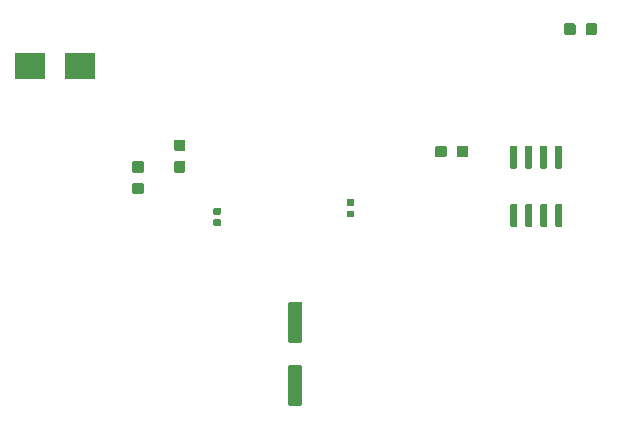
<source format=gbr>
%TF.GenerationSoftware,KiCad,Pcbnew,(6.0.11)*%
%TF.CreationDate,2024-08-05T21:32:57+07:00*%
%TF.ProjectId,Stepper_Motor_Expansion_Brd_revA,53746570-7065-4725-9f4d-6f746f725f45,rev?*%
%TF.SameCoordinates,PX5f5e100PY5f5e100*%
%TF.FileFunction,Paste,Top*%
%TF.FilePolarity,Positive*%
%FSLAX46Y46*%
G04 Gerber Fmt 4.6, Leading zero omitted, Abs format (unit mm)*
G04 Created by KiCad (PCBNEW (6.0.11)) date 2024-08-05 21:32:57*
%MOMM*%
%LPD*%
G01*
G04 APERTURE LIST*
%ADD10R,2.500000X2.300000*%
G04 APERTURE END LIST*
G36*
G01*
X48450000Y33910000D02*
X48450000Y33150000D01*
G75*
G02*
X48355000Y33055000I-95000J0D01*
G01*
X47570000Y33055000D01*
G75*
G02*
X47475000Y33150000I0J95000D01*
G01*
X47475000Y33910000D01*
G75*
G02*
X47570000Y34005000I95000J0D01*
G01*
X48355000Y34005000D01*
G75*
G02*
X48450000Y33910000I0J-95000D01*
G01*
G37*
G36*
G01*
X46625000Y33910000D02*
X46625000Y33150000D01*
G75*
G02*
X46530000Y33055000I-95000J0D01*
G01*
X45745000Y33055000D01*
G75*
G02*
X45650000Y33150000I0J95000D01*
G01*
X45650000Y33910000D01*
G75*
G02*
X45745000Y34005000I95000J0D01*
G01*
X46530000Y34005000D01*
G75*
G02*
X46625000Y33910000I0J-95000D01*
G01*
G37*
D10*
X11330000Y40740000D03*
X15630000Y40740000D03*
G36*
G01*
X59370000Y44280000D02*
X59370000Y43520000D01*
G75*
G02*
X59275000Y43425000I-95000J0D01*
G01*
X58490000Y43425000D01*
G75*
G02*
X58395000Y43520000I0J95000D01*
G01*
X58395000Y44280000D01*
G75*
G02*
X58490000Y44375000I95000J0D01*
G01*
X59275000Y44375000D01*
G75*
G02*
X59370000Y44280000I0J-95000D01*
G01*
G37*
G36*
G01*
X57545000Y44280000D02*
X57545000Y43520000D01*
G75*
G02*
X57450000Y43425000I-95000J0D01*
G01*
X56665000Y43425000D01*
G75*
G02*
X56570000Y43520000I0J95000D01*
G01*
X56570000Y44280000D01*
G75*
G02*
X56665000Y44375000I95000J0D01*
G01*
X57450000Y44375000D01*
G75*
G02*
X57545000Y44280000I0J-95000D01*
G01*
G37*
G36*
G01*
X27454000Y27230000D02*
X26946000Y27230000D01*
G75*
G02*
X26890000Y27286000I0J56000D01*
G01*
X26890000Y27734000D01*
G75*
G02*
X26946000Y27790000I56000J0D01*
G01*
X27454000Y27790000D01*
G75*
G02*
X27510000Y27734000I0J-56000D01*
G01*
X27510000Y27286000D01*
G75*
G02*
X27454000Y27230000I-56000J0D01*
G01*
G37*
G36*
G01*
X27454000Y28190000D02*
X26946000Y28190000D01*
G75*
G02*
X26890000Y28246000I0J56000D01*
G01*
X26890000Y28694000D01*
G75*
G02*
X26946000Y28750000I56000J0D01*
G01*
X27454000Y28750000D01*
G75*
G02*
X27510000Y28694000I0J-56000D01*
G01*
X27510000Y28246000D01*
G75*
G02*
X27454000Y28190000I-56000J0D01*
G01*
G37*
G36*
G01*
X23650000Y34550000D02*
X24410000Y34550000D01*
G75*
G02*
X24505000Y34455000I0J-95000D01*
G01*
X24505000Y33670000D01*
G75*
G02*
X24410000Y33575000I-95000J0D01*
G01*
X23650000Y33575000D01*
G75*
G02*
X23555000Y33670000I0J95000D01*
G01*
X23555000Y34455000D01*
G75*
G02*
X23650000Y34550000I95000J0D01*
G01*
G37*
G36*
G01*
X23650000Y32725000D02*
X24410000Y32725000D01*
G75*
G02*
X24505000Y32630000I0J-95000D01*
G01*
X24505000Y31845000D01*
G75*
G02*
X24410000Y31750000I-95000J0D01*
G01*
X23650000Y31750000D01*
G75*
G02*
X23555000Y31845000I0J95000D01*
G01*
X23555000Y32630000D01*
G75*
G02*
X23650000Y32725000I95000J0D01*
G01*
G37*
G36*
G01*
X52515000Y27140000D02*
X52095000Y27140000D01*
G75*
G02*
X52005000Y27230000I0J90000D01*
G01*
X52005000Y29000000D01*
G75*
G02*
X52095000Y29090000I90000J0D01*
G01*
X52515000Y29090000D01*
G75*
G02*
X52605000Y29000000I0J-90000D01*
G01*
X52605000Y27230000D01*
G75*
G02*
X52515000Y27140000I-90000J0D01*
G01*
G37*
G36*
G01*
X53785000Y27140000D02*
X53365000Y27140000D01*
G75*
G02*
X53275000Y27230000I0J90000D01*
G01*
X53275000Y29000000D01*
G75*
G02*
X53365000Y29090000I90000J0D01*
G01*
X53785000Y29090000D01*
G75*
G02*
X53875000Y29000000I0J-90000D01*
G01*
X53875000Y27230000D01*
G75*
G02*
X53785000Y27140000I-90000J0D01*
G01*
G37*
G36*
G01*
X55055000Y27140000D02*
X54635000Y27140000D01*
G75*
G02*
X54545000Y27230000I0J90000D01*
G01*
X54545000Y29000000D01*
G75*
G02*
X54635000Y29090000I90000J0D01*
G01*
X55055000Y29090000D01*
G75*
G02*
X55145000Y29000000I0J-90000D01*
G01*
X55145000Y27230000D01*
G75*
G02*
X55055000Y27140000I-90000J0D01*
G01*
G37*
G36*
G01*
X56325000Y27140000D02*
X55905000Y27140000D01*
G75*
G02*
X55815000Y27230000I0J90000D01*
G01*
X55815000Y29000000D01*
G75*
G02*
X55905000Y29090000I90000J0D01*
G01*
X56325000Y29090000D01*
G75*
G02*
X56415000Y29000000I0J-90000D01*
G01*
X56415000Y27230000D01*
G75*
G02*
X56325000Y27140000I-90000J0D01*
G01*
G37*
G36*
G01*
X56325000Y32090000D02*
X55905000Y32090000D01*
G75*
G02*
X55815000Y32180000I0J90000D01*
G01*
X55815000Y33950000D01*
G75*
G02*
X55905000Y34040000I90000J0D01*
G01*
X56325000Y34040000D01*
G75*
G02*
X56415000Y33950000I0J-90000D01*
G01*
X56415000Y32180000D01*
G75*
G02*
X56325000Y32090000I-90000J0D01*
G01*
G37*
G36*
G01*
X55055000Y32090000D02*
X54635000Y32090000D01*
G75*
G02*
X54545000Y32180000I0J90000D01*
G01*
X54545000Y33950000D01*
G75*
G02*
X54635000Y34040000I90000J0D01*
G01*
X55055000Y34040000D01*
G75*
G02*
X55145000Y33950000I0J-90000D01*
G01*
X55145000Y32180000D01*
G75*
G02*
X55055000Y32090000I-90000J0D01*
G01*
G37*
G36*
G01*
X53785000Y32090000D02*
X53365000Y32090000D01*
G75*
G02*
X53275000Y32180000I0J90000D01*
G01*
X53275000Y33950000D01*
G75*
G02*
X53365000Y34040000I90000J0D01*
G01*
X53785000Y34040000D01*
G75*
G02*
X53875000Y33950000I0J-90000D01*
G01*
X53875000Y32180000D01*
G75*
G02*
X53785000Y32090000I-90000J0D01*
G01*
G37*
G36*
G01*
X52515000Y32090000D02*
X52095000Y32090000D01*
G75*
G02*
X52005000Y32180000I0J90000D01*
G01*
X52005000Y33950000D01*
G75*
G02*
X52095000Y34040000I90000J0D01*
G01*
X52515000Y34040000D01*
G75*
G02*
X52605000Y33950000I0J-90000D01*
G01*
X52605000Y32180000D01*
G75*
G02*
X52515000Y32090000I-90000J0D01*
G01*
G37*
G36*
G01*
X38744000Y27970000D02*
X38236000Y27970000D01*
G75*
G02*
X38180000Y28026000I0J56000D01*
G01*
X38180000Y28474000D01*
G75*
G02*
X38236000Y28530000I56000J0D01*
G01*
X38744000Y28530000D01*
G75*
G02*
X38800000Y28474000I0J-56000D01*
G01*
X38800000Y28026000D01*
G75*
G02*
X38744000Y27970000I-56000J0D01*
G01*
G37*
G36*
G01*
X38744000Y28930000D02*
X38236000Y28930000D01*
G75*
G02*
X38180000Y28986000I0J56000D01*
G01*
X38180000Y29434000D01*
G75*
G02*
X38236000Y29490000I56000J0D01*
G01*
X38744000Y29490000D01*
G75*
G02*
X38800000Y29434000I0J-56000D01*
G01*
X38800000Y28986000D01*
G75*
G02*
X38744000Y28930000I-56000J0D01*
G01*
G37*
G36*
G01*
X33320000Y20825000D02*
X34280000Y20825000D01*
G75*
G02*
X34400000Y20705000I0J-120000D01*
G01*
X34400000Y17445000D01*
G75*
G02*
X34280000Y17325000I-120000J0D01*
G01*
X33320000Y17325000D01*
G75*
G02*
X33200000Y17445000I0J120000D01*
G01*
X33200000Y20705000D01*
G75*
G02*
X33320000Y20825000I120000J0D01*
G01*
G37*
G36*
G01*
X33320000Y15475000D02*
X34280000Y15475000D01*
G75*
G02*
X34400000Y15355000I0J-120000D01*
G01*
X34400000Y12095000D01*
G75*
G02*
X34280000Y11975000I-120000J0D01*
G01*
X33320000Y11975000D01*
G75*
G02*
X33200000Y12095000I0J120000D01*
G01*
X33200000Y15355000D01*
G75*
G02*
X33320000Y15475000I120000J0D01*
G01*
G37*
G36*
G01*
X20120000Y32730000D02*
X20880000Y32730000D01*
G75*
G02*
X20975000Y32635000I0J-95000D01*
G01*
X20975000Y31850000D01*
G75*
G02*
X20880000Y31755000I-95000J0D01*
G01*
X20120000Y31755000D01*
G75*
G02*
X20025000Y31850000I0J95000D01*
G01*
X20025000Y32635000D01*
G75*
G02*
X20120000Y32730000I95000J0D01*
G01*
G37*
G36*
G01*
X20120000Y30905000D02*
X20880000Y30905000D01*
G75*
G02*
X20975000Y30810000I0J-95000D01*
G01*
X20975000Y30025000D01*
G75*
G02*
X20880000Y29930000I-95000J0D01*
G01*
X20120000Y29930000D01*
G75*
G02*
X20025000Y30025000I0J95000D01*
G01*
X20025000Y30810000D01*
G75*
G02*
X20120000Y30905000I95000J0D01*
G01*
G37*
M02*

</source>
